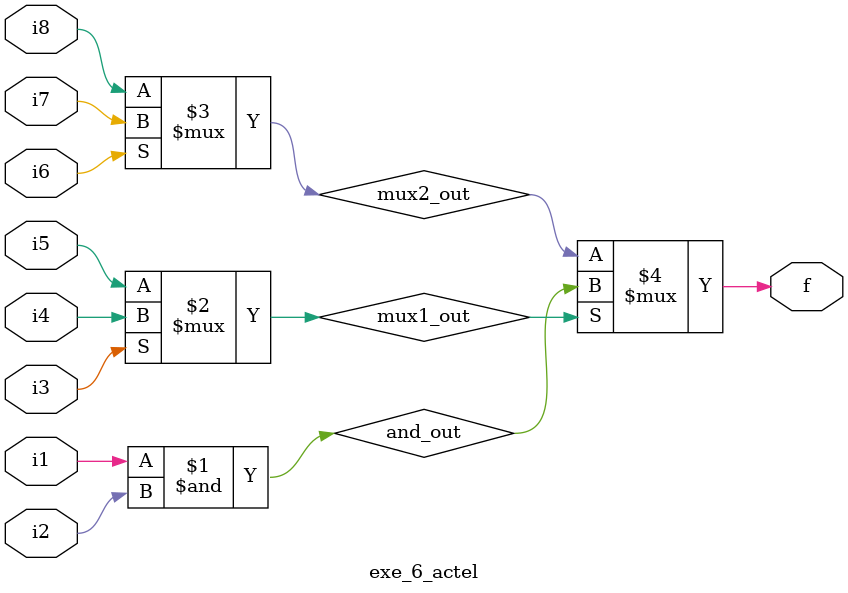
<source format=v>
module exe_6_actel(
    input i1, i2, i3, i4, i5, i6, i7, i8,
    output f
);
    wire and_out;
    wire mux1_out, mux2_out;

    assign and_out = i1 & i2;
    assign mux1_out = i3 ? i4 : i5;
    assign mux2_out = i6 ? i7 : i8;
    assign f = mux1_out ? and_out : mux2_out;
endmodule

</source>
